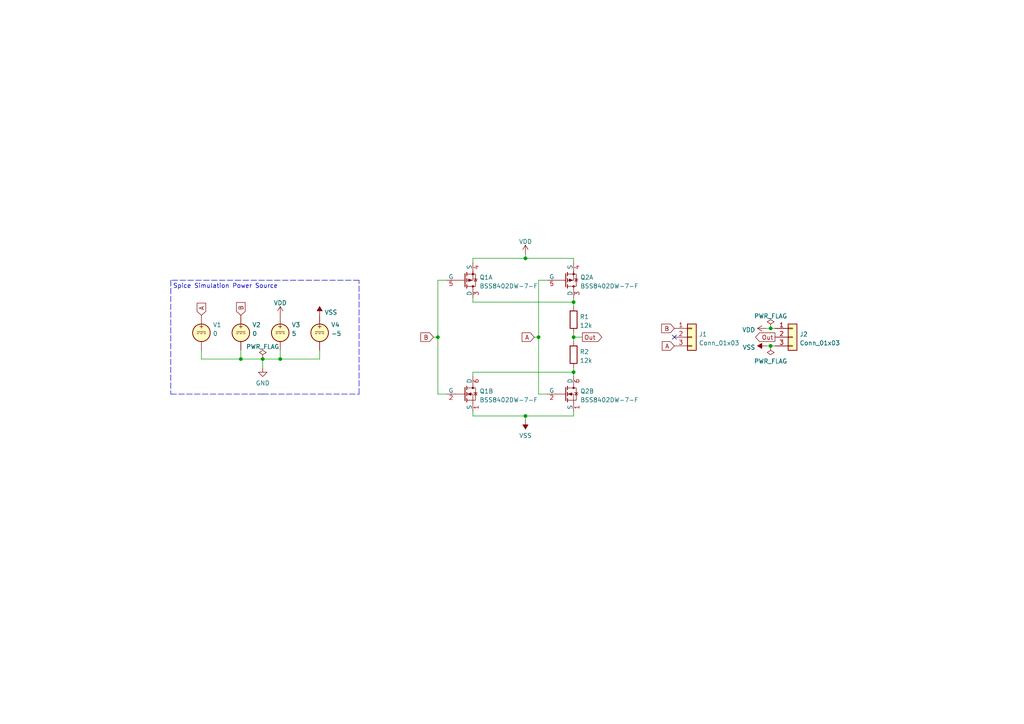
<source format=kicad_sch>
(kicad_sch (version 20211123) (generator eeschema)
  (paper "A4")
  (title_block (title "Balanced Ternary Not Conensus Gate") (date "2022-08-05") (rev "0"))
  (lib_symbols
    (symbol "Connector_Generic:Conn_01x03" (pin_names (offset 1.016) hide)
      (property "Reference" "J" (at 0 5.08 0))
      (property "Value" "Conn_01x03" (at 0 -5.08 0))
      (symbol "Conn_01x03_1_1"
        (rectangle (start -1.27 -2.413) (end 0 -2.667) (stroke (width 0.1524)))
        (rectangle (start -1.27 0.127) (end 0 -0.127) (stroke (width 0.1524)))
        (rectangle (start -1.27 2.667) (end 0 2.413) (stroke (width 0.1524)))
        (rectangle (start -1.27 3.81) (end 1.27 -3.81) (stroke (width 0.254)) (fill (type background)))
        (pin passive line (at -5.08 2.54 0) (length 3.81) (name "Pin_1") (number "1"))
        (pin passive line (at -5.08 0 0) (length 3.81) (name "Pin_2") (number "2"))
        (pin passive line (at -5.08 -2.54 0) (length 3.81) (name "Pin_3") (number "3"))
      )
    )
    (symbol "Device:R" (pin_numbers hide) (pin_names (offset 0))
      (property "Reference" "R" (at 2.032 0 90))
      (property "Value" "R" (at 0 0 90))
      (symbol "R_0_1"
        (rectangle (start -1.016 -2.54) (end 1.016 2.54) (stroke (width 0.254)))
      )
      (symbol "R_1_1"
        (pin passive line (at 0 3.81 270) (length 1.27) (name "~") (number "1"))
        (pin passive line (at 0 -3.81 90) (length 1.27) (name "~") (number "2"))
      )
    )
    (symbol "Simulation_SPICE:VDC" (pin_numbers hide) (pin_names (offset 0.0254))
      (property "Reference" "V" (at 2.54 2.54 0))
      (property "Value" "VDC" (at 2.54 0 0))
      (property "Spice_Model" "dc(1)" (at 2.54 -2.54 0))
      (symbol "VDC_0_0"
        (polyline (pts (xy -1.27 0.254) (xy 1.27 0.254)))
        (polyline (pts (xy -0.762 -0.254) (xy -1.27 -0.254)))
        (polyline (pts (xy 0.254 -0.254) (xy -0.254 -0.254)))
        (polyline (pts (xy 1.27 -0.254) (xy 0.762 -0.254)))
        (text "+" (at 0 1.905 0) (effects (font (size 1.27 1.27))))
      )
      (symbol "VDC_0_1"
        (circle (center 0 0) (radius 2.54) (stroke (width 0.254)) (fill (type background)))
      )
      (symbol "VDC_1_1"
        (pin passive line (at 0 5.08 270) (length 2.54) (name "~") (number "1"))
        (pin passive line (at 0 -5.08 90) (length 2.54) (name "~") (number "2"))
      )
    )
    (symbol "Tritium:BSS8402DW-7-F" (pin_names (offset 0))
      (property "Reference" "Q" (at 2.54 1.27 0))
      (property "Value" "BSS8402DW-7-F" (at 2.54 -1.27 0))
      (symbol "BSS8402DW-7-F_0_1"
        (polyline (pts (xy -2.286 -1.905) (xy -2.286 1.905)) (stroke (width 0.254)))
        (polyline (pts (xy -2.286 0) (xy -5.08 0)))
        (polyline (pts (xy -1.778 -2.286) (xy -1.778 -1.27)) (stroke (width 0.254)))
        (polyline (pts (xy -1.778 -0.508) (xy -1.778 0.508)) (stroke (width 0.254)))
        (polyline (pts (xy -1.778 1.27) (xy -1.778 2.286)) (stroke (width 0.254)))
        (polyline (pts (xy 0 2.54) (xy 0 1.778)))
        (polyline (pts (xy -1.778 -1.778) (xy 0.762 -1.778) (xy 0.762 1.778) (xy -1.778 1.778)))
        (polyline (pts (xy 0.254 0.508) (xy 0.381 0.381) (xy 1.143 0.381) (xy 1.27 0.254)))
        (polyline (pts (xy 0.762 0.381) (xy 0.381 -0.254) (xy 1.143 -0.254) (xy 0.762 0.381)))
        (circle (center 0 1.778) (radius 0.254) (fill (type outline)))
      )
      (symbol "BSS8402DW-7-F_1_1"
        (circle (center 0 -1.778) (radius 0.254) (fill (type outline)))
        (polyline (pts (xy 0 -2.54) (xy 0 -1.778)))
        (polyline (pts (xy 0 2.54) (xy 0 0) (xy -1.778 0)))
        (polyline (pts (xy -0.254 0) (xy -1.27 -0.381) (xy -1.27 0.381) (xy -0.254 0)) (fill (type outline)))
        (pin passive line (at 0 -5.08 90) (length 2.54) (name "D") (number "3"))
        (pin passive line (at 0 5.08 270) (length 2.54) (name "S") (number "4"))
        (pin input line (at -7.62 0 0) (length 2.54) (name "G") (number "5"))
      )
      (symbol "BSS8402DW-7-F_2_1"
        (polyline (pts (xy 0 -2.54) (xy 0 0) (xy -1.778 0)))
        (polyline (pts (xy -1.524 0) (xy -0.508 0.381) (xy -0.508 -0.381) (xy -1.524 0)) (fill (type outline)))
        (pin passive line (at 0 -5.08 90) (length 2.54) (name "S") (number "1"))
        (pin input line (at -7.62 0 0) (length 2.54) (name "G") (number "2"))
        (pin passive line (at 0 5.08 270) (length 2.54) (name "D") (number "6"))
      )
    )
    (symbol "power:GND" (power) (pin_names (offset 0))
      (property "Value" "GND" (at 0 -3.81 0))
      (symbol "GND_0_1"
        (polyline (pts (xy 0 0) (xy 0 -1.27) (xy 1.27 -1.27) (xy 0 -2.54) (xy -1.27 -1.27) (xy 0 -1.27)))
      )
      (symbol "GND_1_1"
        (pin power_in line (at 0 0 270) (length 0) hide (name "GND") (number "1"))
      )
    )
    (symbol "power:PWR_FLAG" (power) (pin_numbers hide) (pin_names (offset 0) hide)
      (property "Value" "PWR_FLAG" (at 0 3.81 0))
      (symbol "PWR_FLAG_0_0"
        (pin power_out line (at 0 0 90) (length 0) (name "pwr") (number "1"))
      )
      (symbol "PWR_FLAG_0_1"
        (polyline (pts (xy 0 0) (xy 0 1.27) (xy -1.016 1.905) (xy 0 2.54) (xy 1.016 1.905) (xy 0 1.27)))
      )
    )
    (symbol "power:VDD" (power) (pin_names (offset 0))
      (property "Value" "VDD" (at 0 3.81 0))
      (symbol "VDD_0_1"
        (polyline (pts (xy -0.762 1.27) (xy 0 2.54)))
        (polyline (pts (xy 0 0) (xy 0 2.54)))
        (polyline (pts (xy 0 2.54) (xy 0.762 1.27)))
      )
      (symbol "VDD_1_1"
        (pin power_in line (at 0 0 90) (length 0) hide (name "VDD") (number "1"))
      )
    )
    (symbol "power:VSS" (power) (pin_names (offset 0))
      (property "Value" "VSS" (at 0 3.81 0))
      (symbol "VSS_0_1"
        (polyline (pts (xy 0 0) (xy 0 2.54)))
        (polyline (pts (xy 0.762 1.27) (xy -0.762 1.27) (xy 0 2.54) (xy 0.762 1.27)) (fill (type outline)))
      )
      (symbol "VSS_1_1"
        (pin power_in line (at 0 0 90) (length 0) hide (name "VSS") (number "1"))
      )
    )
  )
  (junction (at 156.21 97.79))
  (junction (at 76.2 104.14))
  (junction (at 223.52 95.25))
  (junction (at 152.4 120.65))
  (junction (at 223.52 100.33))
  (junction (at 152.4 74.93))
  (junction (at 127 97.79))
  (junction (at 166.37 97.79))
  (junction (at 81.28 104.14))
  (junction (at 166.37 107.95))
  (junction (at 69.85 104.14))
  (junction (at 166.37 87.63))
  (no_connect (at 195.58 97.79))
  (wire (pts (xy 76.2 104.14) (xy 76.2 106.68)))
  (polyline (pts (xy 76.2 114.3) (xy 104.14 114.3)))
  (wire (pts (xy 127 97.79) (xy 127 114.3)))
  (wire (pts (xy 154.94 97.79) (xy 156.21 97.79)))
  (wire (pts (xy 152.4 73.66) (xy 152.4 74.93)))
  (wire (pts (xy 166.37 87.63) (xy 166.37 88.9)))
  (wire (pts (xy 166.37 76.2) (xy 166.37 74.93)))
  (wire (pts (xy 137.16 74.93) (xy 137.16 76.2)))
  (wire (pts (xy 166.37 97.79) (xy 166.37 99.06)))
  (wire (pts (xy 137.16 86.36) (xy 137.16 87.63)))
  (wire (pts (xy 166.37 97.79) (xy 168.91 97.79)))
  (polyline (pts (xy 104.14 81.28) (xy 49.53 81.28)))
  (wire (pts (xy 69.85 101.6) (xy 69.85 104.14)))
  (wire (pts (xy 158.75 81.28) (xy 156.21 81.28)))
  (wire (pts (xy 92.71 104.14) (xy 92.71 101.6)))
  (wire (pts (xy 81.28 104.14) (xy 92.71 104.14)))
  (wire (pts (xy 152.4 120.65) (xy 137.16 120.65)))
  (wire (pts (xy 156.21 114.3) (xy 158.75 114.3)))
  (wire (pts (xy 58.42 101.6) (xy 58.42 104.14)))
  (polyline (pts (xy 49.53 114.3) (xy 76.2 114.3)))
  (wire (pts (xy 166.37 74.93) (xy 152.4 74.93)))
  (wire (pts (xy 166.37 107.95) (xy 166.37 109.22)))
  (wire (pts (xy 166.37 96.52) (xy 166.37 97.79)))
  (wire (pts (xy 223.52 100.33) (xy 224.79 100.33)))
  (wire (pts (xy 129.54 81.28) (xy 127 81.28)))
  (polyline (pts (xy 49.53 81.28) (xy 49.53 114.3)))
  (wire (pts (xy 222.25 100.33) (xy 223.52 100.33)))
  (polyline (pts (xy 104.14 114.3) (xy 104.14 81.28)))
  (polyline (pts (xy 49.53 81.28) (xy 49.53 85.09)))
  (wire (pts (xy 137.16 120.65) (xy 137.16 119.38)))
  (wire (pts (xy 81.28 101.6) (xy 81.28 104.14)))
  (wire (pts (xy 166.37 119.38) (xy 166.37 120.65)))
  (wire (pts (xy 156.21 97.79) (xy 156.21 114.3)))
  (wire (pts (xy 125.73 97.79) (xy 127 97.79)))
  (wire (pts (xy 166.37 107.95) (xy 166.37 106.68)))
  (wire (pts (xy 137.16 87.63) (xy 166.37 87.63)))
  (wire (pts (xy 127 81.28) (xy 127 97.79)))
  (wire (pts (xy 166.37 87.63) (xy 166.37 86.36)))
  (wire (pts (xy 58.42 104.14) (xy 69.85 104.14)))
  (wire (pts (xy 69.85 104.14) (xy 76.2 104.14)))
  (wire (pts (xy 137.16 107.95) (xy 166.37 107.95)))
  (wire (pts (xy 152.4 74.93) (xy 137.16 74.93)))
  (wire (pts (xy 76.2 104.14) (xy 81.28 104.14)))
  (wire (pts (xy 156.21 81.28) (xy 156.21 97.79)))
  (wire (pts (xy 127 114.3) (xy 129.54 114.3)))
  (wire (pts (xy 223.52 95.25) (xy 224.79 95.25)))
  (wire (pts (xy 222.25 95.25) (xy 223.52 95.25)))
  (wire (pts (xy 166.37 120.65) (xy 152.4 120.65)))
  (wire (pts (xy 137.16 109.22) (xy 137.16 107.95)))
  (wire (pts (xy 152.4 120.65) (xy 152.4 121.92)))
  (text "Spice Simulation Power Source\n" (at 50.165 83.82 0) (effects (font (size 1.27 1.27)) (justify left bottom)))
  (global_label "B" (shape input) (at 125.73 97.79 180) (property "Intersheet References" "${INTERSHEET_REFS}" (effects hide)))
  (global_label "A" (shape input) (at 58.42 91.44 90) (property "Intersheet References" "${INTERSHEET_REFS}" (effects hide)))
  (global_label "A" (shape input) (at 154.94 97.79 180) (property "Intersheet References" "${INTERSHEET_REFS}" (effects hide)))
  (global_label "B" (shape input) (at 195.58 95.25 180) (property "Intersheet References" "${INTERSHEET_REFS}" (effects hide)))
  (global_label "Out" (shape output) (at 224.79 97.79 180) (property "Intersheet References" "${INTERSHEET_REFS}" (effects hide)))
  (global_label "A" (shape input) (at 195.58 100.33 180) (property "Intersheet References" "${INTERSHEET_REFS}" (effects hide)))
  (global_label "B" (shape input) (at 69.85 91.44 90) (property "Intersheet References" "${INTERSHEET_REFS}" (effects hide)))
  (global_label "Out" (shape output) (at 168.91 97.79 0) (property "Intersheet References" "${INTERSHEET_REFS}" (effects hide)))
  (symbol (lib_id "Simulation_SPICE:VDC") (at 92.71 96.52 0) (unit 1)
    (property "Reference" "V4" (at 96.012 94.2271 0) (effects (justify left)))
    (property "Value" "VDC" (at 96.012 96.764 0) (effects (justify left)))
    (property "Spice_Netlist_Enabled" "Y" (effects hide))
    (property "Spice_Primitive" "V" (effects hide))
    (property "Spice_Model" "dc(-5)" (at 96.012 99.3009 0) (effects (justify left)))
  )
  (symbol (lib_id "Device:R") (at 166.37 102.87 0) (unit 1)
    (property "Reference" "R2" (at 168.148 102.0353 0) (effects (justify left)))
    (property "Value" "12k" (at 168.148 104.5722 0) (effects (justify left)))
    (property "Footprint" "Resistor_SMD:R_0603_1608Metric_Pad0.98x0.95mm_HandSolder" (effects hide))
  )
  (symbol (lib_id "Tritium:BSS8402DW-7-F") (at 137.16 81.28 0) (unit 1)
    (property "Reference" "Q1" (at 139.065 80.4453 0) (effects (justify left)))
    (property "Value" "BSS8402DW-7-F" (at 139.065 82.9822 0) (effects (justify left)))
    (property "Footprint" "Package_TO_SOT_SMD:SOT-363_SC-70-6_Handsoldering" (effects hide))
    (property "Datasheet" "https://www.diodes.com/assets/Datasheets/ds30380.pdf" (effects hide))
    (property "Spice_Primitive" "X" (effects hide))
    (property "Spice_Model" "BSS8402DW" (effects hide))
    (property "Spice_Netlist_Enabled" "Y" (effects hide))
    (property "Spice_Lib_File" "/lab/dev/tritium/library/TritiumSpice.lib" (effects hide))
  )
  (symbol (lib_id "Device:R") (at 166.37 92.71 0) (unit 1)
    (property "Reference" "R1" (at 168.148 91.8753 0) (effects (justify left)))
    (property "Value" "12k" (at 168.148 94.4122 0) (effects (justify left)))
    (property "Footprint" "Resistor_SMD:R_0603_1608Metric_Pad0.98x0.95mm_HandSolder" (effects hide))
  )
  (symbol (lib_id "power:VDD") (at 152.4 73.66 0) (unit 1)
    (property "Reference" "#PWR0101" (effects hide))
    (property "Value" "VDD" (at 152.4 70.0842 0))
  )
  (symbol (lib_id "power:VSS") (at 152.4 121.92 180) (unit 1)
    (property "Reference" "#PWR0102" (effects hide))
    (property "Value" "VSS" (at 152.4 126.3634 0))
  )
  (symbol (lib_id "power:VDD") (at 222.25 95.25 90) (unit 1)
    (property "Reference" "#PWR0104" (effects hide))
    (property "Value" "VDD" (at 219.075 95.6838 90) (effects (justify left)))
  )
  (symbol (lib_id "Simulation_SPICE:VDC") (at 69.85 96.52 0) (unit 1)
    (property "Reference" "V2" (at 73.152 94.2271 0) (effects (justify left)))
    (property "Value" "VDC" (at 73.152 96.764 0) (effects (justify left)))
    (property "Spice_Netlist_Enabled" "Y" (effects hide))
    (property "Spice_Primitive" "V" (effects hide))
    (property "Spice_Model" "dc(0)" (at 73.152 99.3009 0) (effects (justify left)))
  )
  (symbol (lib_id "power:GND") (at 76.2 106.68 0) (unit 1)
    (property "Reference" "#PWR01" (effects hide))
    (property "Value" "GND" (at 76.2 111.1234 0))
  )
  (symbol (lib_id "power:PWR_FLAG") (at 223.52 95.25 0) (unit 1)
    (property "Reference" "#FLG0101" (effects hide))
    (property "Value" "PWR_FLAG" (at 223.52 91.6742 0))
  )
  (symbol (lib_id "power:PWR_FLAG") (at 223.52 100.33 180) (unit 1)
    (property "Reference" "#FLG0102" (effects hide))
    (property "Value" "PWR_FLAG" (at 223.52 104.7734 0))
  )
  (symbol (lib_id "Simulation_SPICE:VDC") (at 58.42 96.52 0) (unit 1)
    (property "Reference" "V1" (at 61.722 94.2271 0) (effects (justify left)))
    (property "Value" "VDC" (at 61.722 96.764 0) (effects (justify left)))
    (property "Spice_Netlist_Enabled" "Y" (effects hide))
    (property "Spice_Primitive" "V" (effects hide))
    (property "Spice_Model" "dc(0)" (at 61.722 99.3009 0) (effects (justify left)))
  )
  (symbol (lib_id "power:VSS") (at 222.25 100.33 90) (unit 1)
    (property "Reference" "#PWR0103" (effects hide))
    (property "Value" "VSS" (at 219.075 100.7638 90) (effects (justify left)))
  )
  (symbol (lib_id "power:VSS") (at 92.71 91.44 0) (unit 1)
    (property "Reference" "#PWR03" (effects hide))
    (property "Value" "VSS" (at 94.107 90.6038 0) (effects (justify left)))
  )
  (symbol (lib_id "Tritium:BSS8402DW-7-F") (at 137.16 114.3 0) (unit 2)
    (property "Reference" "Q1" (at 139.065 113.4653 0) (effects (justify left)))
    (property "Value" "BSS8402DW-7-F" (at 139.065 116.0022 0) (effects (justify left)))
    (property "Footprint" "Package_TO_SOT_SMD:SOT-363_SC-70-6_Handsoldering" (effects hide))
    (property "Datasheet" "https://www.diodes.com/assets/Datasheets/ds30380.pdf" (effects hide))
    (property "Spice_Primitive" "X" (effects hide))
    (property "Spice_Model" "BSS8402DW" (effects hide))
    (property "Spice_Netlist_Enabled" "Y" (effects hide))
    (property "Spice_Lib_File" "/lab/dev/tritium/library/TritiumSpice.lib" (effects hide))
  )
  (symbol (lib_id "power:VDD") (at 81.28 91.44 0) (unit 1)
    (property "Reference" "#PWR02" (effects hide))
    (property "Value" "VDD" (at 81.28 87.8642 0))
  )
  (symbol (lib_id "Connector_Generic:Conn_01x03") (at 229.87 97.79 0) (unit 1)
    (property "Reference" "J2" (at 231.902 96.9553 0) (effects (justify left)))
    (property "Value" "Conn_01x03" (at 231.902 99.4922 0) (effects (justify left)))
    (property "Footprint" "Tritium:PinHeader_1x03_P2.54mm_Vertical_NoSilkscreen" (effects hide))
    (property "Spice_Primitive" "J" (effects hide))
    (property "Spice_Model" "Conn_01x03" (effects hide))
    (property "Spice_Netlist_Enabled" "N" (effects hide))
  )
  (symbol (lib_id "Connector_Generic:Conn_01x03") (at 200.66 97.79 0) (unit 1)
    (property "Reference" "J1" (at 202.692 96.9553 0) (effects (justify left)))
    (property "Value" "Conn_01x03" (at 202.692 99.4922 0) (effects (justify left)))
    (property "Footprint" "Tritium:PinHeader_1x03_P2.54mm_Vertical_NoSilkscreen" (effects hide))
    (property "Spice_Primitive" "J" (effects hide))
    (property "Spice_Model" "Conn_01x03" (effects hide))
    (property "Spice_Netlist_Enabled" "N" (effects hide))
  )
  (symbol (lib_id "Tritium:BSS8402DW-7-F") (at 166.37 81.28 0) (unit 1)
    (property "Reference" "Q2" (at 168.275 80.4453 0) (effects (justify left)))
    (property "Value" "BSS8402DW-7-F" (at 168.275 82.9822 0) (effects (justify left)))
    (property "Footprint" "Package_TO_SOT_SMD:SOT-363_SC-70-6_Handsoldering" (effects hide))
    (property "Datasheet" "https://www.diodes.com/assets/Datasheets/ds30380.pdf" (effects hide))
    (property "Spice_Primitive" "X" (effects hide))
    (property "Spice_Model" "BSS8402DW" (effects hide))
    (property "Spice_Netlist_Enabled" "Y" (effects hide))
    (property "Spice_Lib_File" "/lab/dev/tritium/library/TritiumSpice.lib" (effects hide))
  )
  (symbol (lib_id "power:PWR_FLAG") (at 76.2 104.14 0) (unit 1)
    (property "Reference" "#FLG?" (effects hide))
    (property "Value" "PWR_FLAG" (at 76.2 100.5642 0))
  )
  (symbol (lib_id "Tritium:BSS8402DW-7-F") (at 166.37 114.3 0) (unit 2)
    (property "Reference" "Q2" (at 168.275 113.4653 0) (effects (justify left)))
    (property "Value" "BSS8402DW-7-F" (at 168.275 116.0022 0) (effects (justify left)))
    (property "Footprint" "Package_TO_SOT_SMD:SOT-363_SC-70-6_Handsoldering" (effects hide))
    (property "Datasheet" "https://www.diodes.com/assets/Datasheets/ds30380.pdf" (effects hide))
    (property "Spice_Primitive" "X" (effects hide))
    (property "Spice_Model" "BSS8402DW" (effects hide))
    (property "Spice_Netlist_Enabled" "Y" (effects hide))
    (property "Spice_Lib_File" "/lab/dev/tritium/library/TritiumSpice.lib" (effects hide))
  )
  (symbol (lib_id "Simulation_SPICE:VDC") (at 81.28 96.52 0) (unit 1)
    (property "Reference" "V3" (at 84.582 94.2271 0) (effects (justify left)))
    (property "Value" "VDC" (at 84.582 96.764 0) (effects (justify left)))
    (property "Spice_Netlist_Enabled" "Y" (effects hide))
    (property "Spice_Primitive" "V" (effects hide))
    (property "Spice_Model" "dc(5)" (at 84.582 99.3009 0) (effects (justify left)))
  )
)
</source>
